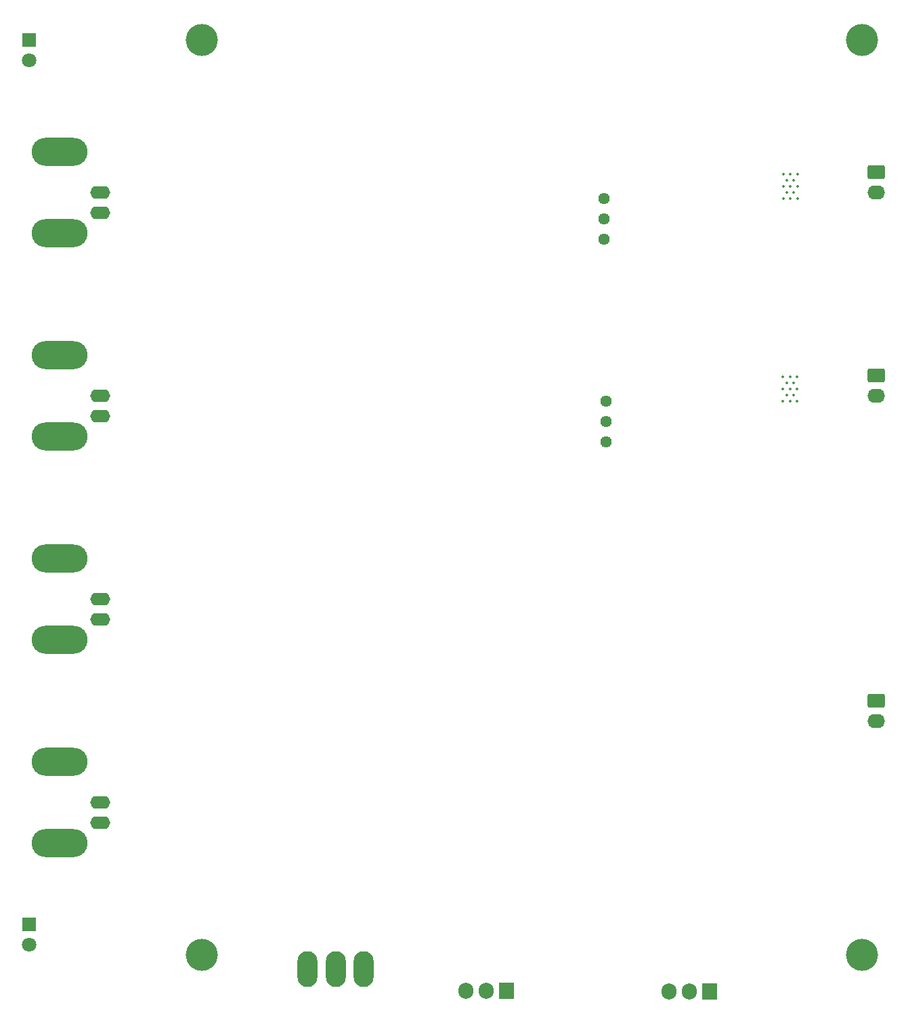
<source format=gbr>
%TF.GenerationSoftware,KiCad,Pcbnew,7.0.1*%
%TF.CreationDate,2023-05-04T18:56:48-04:00*%
%TF.ProjectId,Combined (new),436f6d62-696e-4656-9420-286e6577292e,rev?*%
%TF.SameCoordinates,Original*%
%TF.FileFunction,Soldermask,Bot*%
%TF.FilePolarity,Negative*%
%FSLAX46Y46*%
G04 Gerber Fmt 4.6, Leading zero omitted, Abs format (unit mm)*
G04 Created by KiCad (PCBNEW 7.0.1) date 2023-05-04 18:56:48*
%MOMM*%
%LPD*%
G01*
G04 APERTURE LIST*
G04 Aperture macros list*
%AMRoundRect*
0 Rectangle with rounded corners*
0 $1 Rounding radius*
0 $2 $3 $4 $5 $6 $7 $8 $9 X,Y pos of 4 corners*
0 Add a 4 corners polygon primitive as box body*
4,1,4,$2,$3,$4,$5,$6,$7,$8,$9,$2,$3,0*
0 Add four circle primitives for the rounded corners*
1,1,$1+$1,$2,$3*
1,1,$1+$1,$4,$5*
1,1,$1+$1,$6,$7*
1,1,$1+$1,$8,$9*
0 Add four rect primitives between the rounded corners*
20,1,$1+$1,$2,$3,$4,$5,0*
20,1,$1+$1,$4,$5,$6,$7,0*
20,1,$1+$1,$6,$7,$8,$9,0*
20,1,$1+$1,$8,$9,$2,$3,0*%
G04 Aperture macros list end*
%ADD10C,4.000000*%
%ADD11C,0.355600*%
%ADD12R,1.905000X2.000000*%
%ADD13O,1.905000X2.000000*%
%ADD14RoundRect,0.250000X-0.845000X0.620000X-0.845000X-0.620000X0.845000X-0.620000X0.845000X0.620000X0*%
%ADD15O,2.190000X1.740000*%
%ADD16O,2.500000X4.500000*%
%ADD17R,1.800000X1.800000*%
%ADD18C,1.800000*%
%ADD19C,1.440000*%
%ADD20O,2.500000X1.600000*%
%ADD21O,7.000000X3.500000*%
G04 APERTURE END LIST*
D10*
%TO.C,H1*%
X88900000Y-146050000D03*
%TD*%
D11*
%TO.C,U8*%
X161636824Y-48491039D03*
X161636824Y-50015039D03*
X161636824Y-51539039D03*
X162081324Y-49253039D03*
X162081324Y-50777039D03*
X162525824Y-48491039D03*
X162525824Y-50015039D03*
X162525824Y-51539039D03*
X162970324Y-49253039D03*
X162970324Y-50777039D03*
X163414824Y-48491039D03*
X163414824Y-50015039D03*
X163414824Y-51539039D03*
%TD*%
D12*
%TO.C,U12*%
X152400000Y-150640058D03*
D13*
X149860000Y-150640058D03*
X147320000Y-150640058D03*
%TD*%
D14*
%TO.C,J7*%
X173228000Y-48260000D03*
D15*
X173228000Y-50800000D03*
%TD*%
D10*
%TO.C,H4*%
X88900000Y-31750000D03*
%TD*%
D16*
%TO.C,P1*%
X102164000Y-147828000D03*
X105664000Y-147828000D03*
X109164000Y-147828000D03*
%TD*%
D17*
%TO.C,D6*%
X67310000Y-31750000D03*
D18*
X67310000Y-34290000D03*
%TD*%
D19*
%TO.C,RV1*%
X139197249Y-51558848D03*
X139197249Y-54098848D03*
X139197249Y-56638848D03*
%TD*%
D14*
%TO.C,J8*%
X173228000Y-73660000D03*
D15*
X173228000Y-76200000D03*
%TD*%
D10*
%TO.C,H3*%
X171450000Y-31750000D03*
%TD*%
D20*
%TO.C,J1*%
X76200000Y-101600000D03*
X76200000Y-104140000D03*
D21*
X71120000Y-106680000D03*
X71120000Y-96520000D03*
%TD*%
D20*
%TO.C,J2*%
X76200000Y-127000000D03*
X76200000Y-129540000D03*
D21*
X71120000Y-132080000D03*
X71120000Y-121920000D03*
%TD*%
D11*
%TO.C,U7*%
X161618527Y-73858822D03*
X161618527Y-75382822D03*
X161618527Y-76906822D03*
X162063027Y-74620822D03*
X162063027Y-76144822D03*
X162507527Y-73858822D03*
X162507527Y-75382822D03*
X162507527Y-76906822D03*
X162952027Y-74620822D03*
X162952027Y-76144822D03*
X163396527Y-73858822D03*
X163396527Y-75382822D03*
X163396527Y-76906822D03*
%TD*%
D12*
%TO.C,U11*%
X127000000Y-150561586D03*
D13*
X124460000Y-150561586D03*
X121920000Y-150561586D03*
%TD*%
D10*
%TO.C,H2*%
X171450000Y-146050000D03*
%TD*%
D19*
%TO.C,RV2*%
X139467129Y-81999056D03*
X139467129Y-79459056D03*
X139467129Y-76919056D03*
%TD*%
D20*
%TO.C,J6*%
X76200000Y-50800000D03*
X76200000Y-53340000D03*
D21*
X71120000Y-55880000D03*
X71120000Y-45720000D03*
%TD*%
D14*
%TO.C,J9*%
X173228000Y-114300000D03*
D15*
X173228000Y-116840000D03*
%TD*%
D17*
%TO.C,D3*%
X67310000Y-142240000D03*
D18*
X67310000Y-144780000D03*
%TD*%
D20*
%TO.C,J4*%
X76200000Y-76200000D03*
X76200000Y-78740000D03*
D21*
X71120000Y-81280000D03*
X71120000Y-71120000D03*
%TD*%
M02*

</source>
